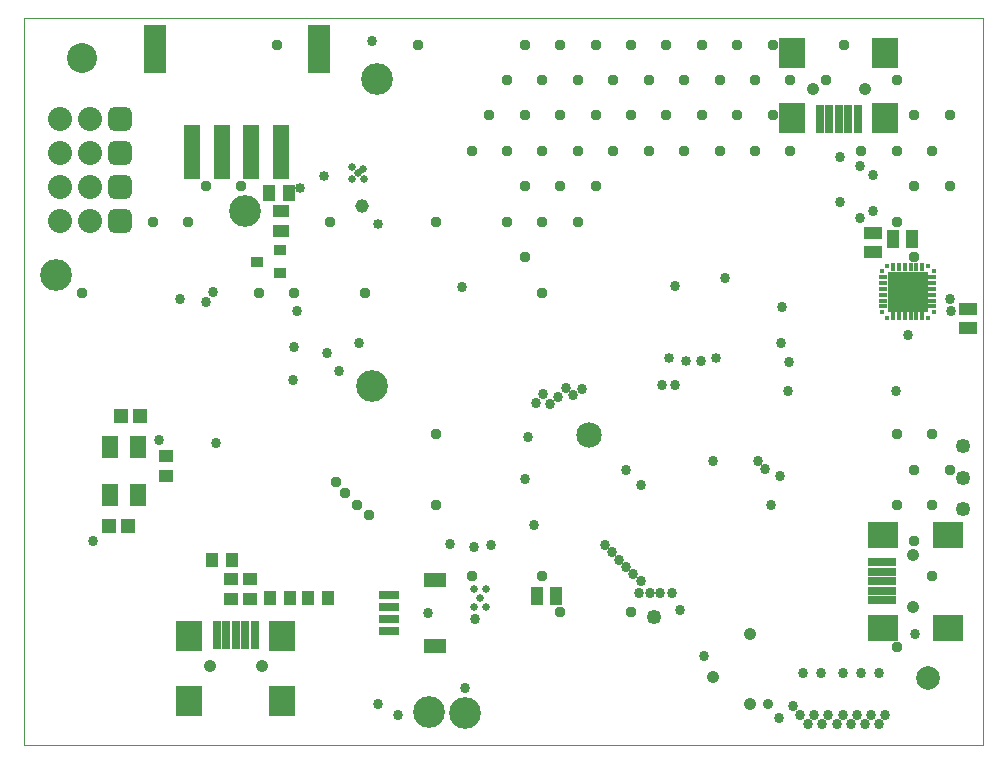
<source format=gbs>
%FSAX44Y44*%
%MOMM*%
G71*
G01*
G75*
G04 Layer_Color=16711935*
%ADD10C,0.2540*%
%ADD11C,0.2032*%
%ADD12C,0.6350*%
%ADD13C,0.5080*%
%ADD14C,0.3048*%
%ADD15C,0.7620*%
%ADD16C,0.3810*%
%ADD17R,0.7000X0.9000*%
%ADD18R,0.9000X0.7000*%
%ADD19R,1.3000X0.8500*%
%ADD20R,0.8500X1.3000*%
%ADD21R,0.9500X1.3500*%
%ADD22R,1.3500X0.9500*%
%ADD23R,1.0000X0.9000*%
%ADD24R,0.9000X0.8000*%
%ADD25R,1.6500X2.4000*%
%ADD26O,0.8500X0.3000*%
%ADD27R,0.8000X0.9000*%
%ADD28R,0.6500X0.9000*%
%ADD29R,0.9500X1.4000*%
%ADD30R,1.0000X1.0000*%
%ADD31R,0.9000X0.8000*%
%ADD32R,0.5200X0.5200*%
%ADD33R,1.1000X1.1000*%
%ADD34R,0.6298X0.2500*%
%ADD35R,0.6298X0.2500*%
%ADD36R,0.2500X0.6298*%
%ADD37R,0.2500X0.6298*%
%ADD38R,1.4000X0.6000*%
%ADD39R,1.7000X1.7000*%
%ADD40O,0.2800X0.8500*%
%ADD41O,0.8500X0.2800*%
%ADD42R,0.8500X2.3000*%
%ADD43R,0.2032X1.1430*%
%ADD44R,1.4000X1.1000*%
%ADD45R,1.1000X1.4000*%
%ADD46R,0.9000X0.6500*%
%ADD47R,0.9000X1.0000*%
%ADD48R,0.8000X0.9000*%
%ADD49R,1.0000X1.0000*%
%ADD50R,1.0160X0.8000*%
%ADD51R,0.7112X0.3366*%
%ADD52R,0.3366X0.7112*%
%ADD53O,0.2650X1.8500*%
%ADD54O,1.8500X0.2650*%
%ADD55O,1.8500X0.2650*%
%ADD56R,0.3500X0.6500*%
%ADD57O,2.2000X0.6000*%
%ADD58R,1.2000X1.8000*%
%ADD59R,0.6000X1.5500*%
%ADD60R,0.6000X1.5000*%
%ADD61C,0.5000*%
%ADD62C,0.4000*%
%ADD63C,0.4500*%
%ADD64C,2.1590*%
%ADD65C,1.0000*%
%ADD66C,0.3000*%
%ADD67C,0.1524*%
%ADD68C,1.5000*%
%ADD69C,0.1540*%
%ADD70C,0.7500*%
%ADD71C,0.2500*%
%ADD72C,0.2000*%
%ADD73C,0.5588*%
%ADD74C,2.0000*%
%ADD75C,0.1600*%
%ADD76C,0.1700*%
%ADD77C,0.3500*%
%ADD78C,0.6000*%
%ADD79C,0.0254*%
%ADD80C,2.0066*%
%ADD81C,0.9000*%
%ADD82C,2.5400*%
G04:AMPARAMS|DCode=83|XSize=1.8796mm|YSize=1.8796mm|CornerRadius=0.4699mm|HoleSize=0mm|Usage=FLASHONLY|Rotation=180.000|XOffset=0mm|YOffset=0mm|HoleType=Round|Shape=RoundedRectangle|*
%AMROUNDEDRECTD83*
21,1,1.8796,0.9398,0,0,180.0*
21,1,0.9398,1.8796,0,0,180.0*
1,1,0.9398,-0.4699,0.4699*
1,1,0.9398,0.4699,0.4699*
1,1,0.9398,0.4699,-0.4699*
1,1,0.9398,-0.4699,-0.4699*
%
%ADD83ROUNDEDRECTD83*%
%ADD84C,1.8796*%
%ADD85C,0.7112*%
%ADD86C,0.6600*%
%ADD87C,0.5000*%
%ADD88C,0.6900*%
%ADD89C,1.0000*%
%ADD90C,0.7300*%
%ADD91C,1.1000*%
%ADD92C,0.8000*%
%ADD93R,0.3000X0.3000*%
%ADD94R,0.3000X0.5000*%
%ADD95R,0.3000X0.3000*%
%ADD96R,0.5000X0.3000*%
%ADD97R,3.3000X3.3000*%
%ADD98R,1.3000X4.5000*%
%ADD99R,1.8000X3.9000*%
%ADD100R,1.5500X0.6000*%
%ADD101R,1.8000X1.2000*%
%ADD102R,1.2000X1.8000*%
%ADD103R,2.0500X2.5000*%
%ADD104R,0.5000X2.3000*%
%ADD105R,2.3000X0.5000*%
%ADD106R,2.5000X2.0500*%
%ADD107C,0.1000*%
%ADD108C,0.1270*%
%ADD109C,0.1500*%
%ADD110R,0.7750X0.4500*%
%ADD111R,0.6500X1.0000*%
%ADD112R,0.7000X0.7000*%
%ADD113R,0.7000X0.7000*%
%ADD114R,0.7000X0.7000*%
%ADD115O,0.8000X0.2500*%
%ADD116O,0.2300X0.8000*%
%ADD117O,0.8000X0.2300*%
%ADD118R,0.6512X0.2766*%
%ADD119R,0.2766X0.6512*%
%ADD120R,0.8524X1.0524*%
%ADD121R,1.0524X0.8524*%
%ADD122R,1.4524X1.0024*%
%ADD123R,1.0024X1.4524*%
%ADD124R,1.1024X1.5024*%
%ADD125R,1.5024X1.1024*%
%ADD126R,1.1524X1.0524*%
%ADD127R,1.0524X0.9524*%
%ADD128R,1.7900X2.5400*%
%ADD129O,0.9900X0.4400*%
%ADD130R,0.9524X1.0524*%
%ADD131R,0.8024X1.0524*%
%ADD132R,1.1024X1.5524*%
%ADD133R,1.1524X1.1524*%
%ADD134R,1.0524X0.9524*%
%ADD135R,0.6724X0.6724*%
%ADD136R,1.2524X1.2524*%
%ADD137R,0.6806X0.3008*%
%ADD138R,0.6806X0.3008*%
%ADD139R,0.3008X0.6806*%
%ADD140R,0.3008X0.6806*%
%ADD141R,1.5524X0.7524*%
%ADD142R,1.8400X1.8400*%
%ADD143O,0.4200X0.9900*%
%ADD144O,0.9900X0.4200*%
%ADD145R,1.0024X2.4524*%
%ADD146R,0.2232X1.1630*%
%ADD147R,1.5524X1.2524*%
%ADD148R,1.2524X1.5524*%
%ADD149R,1.0524X0.8024*%
%ADD150R,1.0524X1.1524*%
%ADD151R,0.9524X1.0524*%
%ADD152R,1.1524X1.1524*%
%ADD153R,0.7912X0.4165*%
%ADD154R,0.4165X0.7912*%
%ADD155O,0.4174X2.0024*%
%ADD156O,2.0024X0.4174*%
%ADD157O,2.0024X0.4174*%
%ADD158R,0.5024X0.8024*%
%ADD159O,2.3524X0.7524*%
%ADD160R,1.3020X1.9020*%
%ADD161R,0.7020X1.6520*%
%ADD162R,0.7524X1.6524*%
%ADD163C,2.1590*%
%ADD164C,0.1524*%
%ADD165C,1.0524*%
%ADD166C,2.6924*%
G04:AMPARAMS|DCode=167|XSize=2.032mm|YSize=2.032mm|CornerRadius=0.5461mm|HoleSize=0mm|Usage=FLASHONLY|Rotation=180.000|XOffset=0mm|YOffset=0mm|HoleType=Round|Shape=RoundedRectangle|*
%AMROUNDEDRECTD167*
21,1,2.0320,0.9398,0,0,180.0*
21,1,0.9398,2.0320,0,0,180.0*
1,1,1.0922,-0.4699,0.4699*
1,1,1.0922,0.4699,0.4699*
1,1,1.0922,0.4699,-0.4699*
1,1,1.0922,-0.4699,-0.4699*
%
%ADD167ROUNDEDRECTD167*%
%ADD168C,2.0320*%
%ADD169C,0.8636*%
%ADD170C,0.6524*%
%ADD171C,0.8424*%
%ADD172C,1.1524*%
%ADD173C,0.8824*%
%ADD174C,1.2524*%
%ADD175C,0.9524*%
%ADD176R,0.4524X0.4524*%
%ADD177R,0.4524X0.6524*%
%ADD178R,0.4524X0.4524*%
%ADD179R,0.6524X0.4524*%
%ADD180R,3.4524X3.4524*%
%ADD181R,1.4524X4.6524*%
%ADD182R,1.9524X4.0524*%
%ADD183R,1.6520X0.7020*%
%ADD184R,1.7024X0.7524*%
%ADD185R,1.9020X1.3020*%
%ADD186R,1.3524X1.9524*%
%ADD187R,2.2024X2.6524*%
%ADD188R,0.6700X2.4700*%
%ADD189R,2.4700X0.6700*%
%ADD190R,2.6524X2.2024*%
%ADD191C,0.8124*%
D79*
X00616203Y00477266D02*
Y01092505D01*
X01427634Y01092505D01*
X01427634Y00477266D01*
X00616203Y00477266D02*
X01427634Y00477266D01*
D80*
X01381252Y00533400D02*
D03*
D82*
X00665163Y01058925D02*
D03*
D122*
X00833373Y00911995D02*
D03*
Y00928996D02*
D03*
D123*
X00823604Y00944625D02*
D03*
X00840603D02*
D03*
D124*
X01050163Y00602995D02*
D03*
X01066163D02*
D03*
X01351734Y00905256D02*
D03*
X01367734D02*
D03*
D125*
X01415034Y00845946D02*
D03*
Y00829946D02*
D03*
X01335023Y00910715D02*
D03*
Y00894715D02*
D03*
D126*
X00736600Y00721732D02*
D03*
Y00704732D02*
D03*
X00807719Y00600592D02*
D03*
Y00617592D02*
D03*
X00791209Y00600592D02*
D03*
Y00617592D02*
D03*
D127*
X00833214Y00895706D02*
D03*
Y00876705D02*
D03*
X00813214Y00886206D02*
D03*
D133*
X00687960Y00662431D02*
D03*
X00703960D02*
D03*
X00714119Y00755142D02*
D03*
X00698120D02*
D03*
D150*
X00824620Y00601471D02*
D03*
X00841620D02*
D03*
X00792090Y00633222D02*
D03*
X00775090D02*
D03*
X00873370Y00601471D02*
D03*
X00856370D02*
D03*
D163*
X01094231Y00739393D02*
D03*
D164*
X00665163Y00504465D02*
D03*
D165*
X00773459Y00544282D02*
D03*
X00817460D02*
D03*
X01327814Y01032735D02*
D03*
X01283813D02*
D03*
X01368523Y00593695D02*
D03*
Y00637695D02*
D03*
X01230883Y00511555D02*
D03*
X01199134Y00534416D02*
D03*
X01230883Y00571245D02*
D03*
D166*
X00959103Y00505205D02*
D03*
X00989584Y00503936D02*
D03*
X00642874Y00874775D02*
D03*
X00910844Y00780796D02*
D03*
X00914653Y01041145D02*
D03*
X00802894Y00929386D02*
D03*
D167*
X00697483Y00920495D02*
D03*
Y00949282D02*
D03*
Y00978069D02*
D03*
Y01006855D02*
D03*
D168*
X00646683Y00920495D02*
D03*
X00672083D02*
D03*
X00646683Y00949282D02*
D03*
X00672083D02*
D03*
X00646683Y00978069D02*
D03*
X00672083D02*
D03*
X00646683Y01006855D02*
D03*
X00672083D02*
D03*
D169*
X00976883Y00647446D02*
D03*
X01323593Y00923036D02*
D03*
X01011173Y00646176D02*
D03*
X01191514Y00552196D02*
D03*
X01262634Y00776985D02*
D03*
X01167383Y00865885D02*
D03*
X00957833Y00589025D02*
D03*
X00997582Y00583755D02*
D03*
X01047624Y00663576D02*
D03*
X00730503Y00735076D02*
D03*
X00997204Y00644905D02*
D03*
X01040384Y00702056D02*
D03*
X00987044Y00864615D02*
D03*
X00910844Y01072896D02*
D03*
X00847344Y00844296D02*
D03*
X00844803Y00813816D02*
D03*
X00843533Y00785875D02*
D03*
X00872744Y00808736D02*
D03*
X00882904Y00793495D02*
D03*
X00899414Y00817626D02*
D03*
X01307083Y00975106D02*
D03*
X01323593Y00967486D02*
D03*
X01335023Y00959865D02*
D03*
Y00929386D02*
D03*
X01307083Y00937005D02*
D03*
X01399794Y00854455D02*
D03*
X01209294Y00872235D02*
D03*
X00674370Y00649732D02*
D03*
X00778764Y00732535D02*
D03*
X00932433Y00502665D02*
D03*
X00915923Y00511555D02*
D03*
X01042924Y00737616D02*
D03*
X01354073Y00776985D02*
D03*
X01243584Y00710946D02*
D03*
X01188973Y00802385D02*
D03*
X01199134Y00717296D02*
D03*
X01257050Y00817122D02*
D03*
X01119841Y00634028D02*
D03*
X01138174Y00615695D02*
D03*
X01154684Y00605536D02*
D03*
X01248663Y00680465D02*
D03*
X01257553Y00848105D02*
D03*
X01370583Y00571245D02*
D03*
X01138174Y00696975D02*
D03*
X01088419Y00778001D02*
D03*
X01068324Y00771906D02*
D03*
X01049274Y00766825D02*
D03*
X01340103Y00495046D02*
D03*
X01327912D02*
D03*
X01315974D02*
D03*
X01304035D02*
D03*
X01292097D02*
D03*
X01279905D02*
D03*
X01113730Y00640139D02*
D03*
X01132063Y00621806D02*
D03*
X01145794Y00605536D02*
D03*
X01107619Y00646249D02*
D03*
X01081023Y00773176D02*
D03*
X01061590Y00765939D02*
D03*
X01125952Y00627917D02*
D03*
X01136904Y00605536D02*
D03*
X01164844D02*
D03*
X01167383Y00782066D02*
D03*
X01171193Y00591566D02*
D03*
X01125473Y00709676D02*
D03*
X01074673Y00779526D02*
D03*
X01055623Y00774445D02*
D03*
X01285240Y00502665D02*
D03*
X01345184D02*
D03*
X01333246D02*
D03*
X01321308D02*
D03*
X01309115D02*
D03*
X01297177D02*
D03*
X01273301D02*
D03*
X01267388Y00509960D02*
D03*
X01255014Y00500126D02*
D03*
X01237234Y00717296D02*
D03*
X01275333Y00538226D02*
D03*
X01340103D02*
D03*
X01324863D02*
D03*
X01309624D02*
D03*
X01290573D02*
D03*
X01263904Y00801115D02*
D03*
X01401064Y00844296D02*
D03*
X01364234Y00823976D02*
D03*
X01155954Y00782066D02*
D03*
X01256283Y00704595D02*
D03*
X00989584Y00525526D02*
D03*
X00769874Y00851916D02*
D03*
X00748283Y00854455D02*
D03*
X00776224Y00860806D02*
D03*
D170*
X00997284Y00594225D02*
D03*
Y00609226D02*
D03*
X01002283Y00601726D02*
D03*
X01007283Y00594225D02*
D03*
Y00609226D02*
D03*
X00894160Y00956390D02*
D03*
Y00966390D02*
D03*
X00899160Y00961390D02*
D03*
X00904160Y00956390D02*
D03*
X00903223Y00964946D02*
D03*
D171*
X00849883Y00948436D02*
D03*
X00870203Y00958596D02*
D03*
X00915923Y00917955D02*
D03*
X01176273Y00802385D02*
D03*
X01162303Y00804926D02*
D03*
X01201674D02*
D03*
D172*
X00901954Y00933195D02*
D03*
D173*
X01246124Y00511555D02*
D03*
D174*
X01411223Y00729995D02*
D03*
Y00703326D02*
D03*
Y00676656D02*
D03*
X01149604Y00585215D02*
D03*
D175*
X00898403Y00680465D02*
D03*
X00887983Y00690626D02*
D03*
X00880363Y00699516D02*
D03*
X00908304Y00671575D02*
D03*
X00665000Y00860000D02*
D03*
X00725000Y00920000D02*
D03*
X00755000D02*
D03*
X00770000Y00950000D02*
D03*
X00815000Y00860000D02*
D03*
X00800000Y00950000D02*
D03*
X00845000Y00860000D02*
D03*
X00830000Y01070000D02*
D03*
X00875000Y00920000D02*
D03*
X00905000Y00860000D02*
D03*
X00965000Y00680000D02*
D03*
Y00740000D02*
D03*
Y00920000D02*
D03*
X00950000Y01070000D02*
D03*
X00995000Y00620000D02*
D03*
Y00980000D02*
D03*
X01025000Y00920000D02*
D03*
Y00980000D02*
D03*
X01010000Y01010000D02*
D03*
X01025000Y01040000D02*
D03*
X01055000Y00620000D02*
D03*
Y00860000D02*
D03*
X01040000Y00890000D02*
D03*
X01055000Y00920000D02*
D03*
X01040000Y00950000D02*
D03*
X01055000Y00980000D02*
D03*
X01040000Y01010000D02*
D03*
X01055000Y01040000D02*
D03*
X01040000Y01070000D02*
D03*
X01070000Y00590000D02*
D03*
X01085000Y00920000D02*
D03*
X01070000Y00950000D02*
D03*
X01085000Y00980000D02*
D03*
X01070000Y01010000D02*
D03*
X01085000Y01040000D02*
D03*
X01070000Y01070000D02*
D03*
X01100000Y00950000D02*
D03*
X01115000Y00980000D02*
D03*
X01100000Y01010000D02*
D03*
X01115000Y01040000D02*
D03*
X01100000Y01070000D02*
D03*
X01130000Y00590000D02*
D03*
X01145000Y00980000D02*
D03*
X01130000Y01010000D02*
D03*
X01145000Y01040000D02*
D03*
X01130000Y01070000D02*
D03*
X01175000Y00980000D02*
D03*
X01160000Y01010000D02*
D03*
X01175000Y01040000D02*
D03*
X01160000Y01070000D02*
D03*
X01205000Y00980000D02*
D03*
X01190000Y01010000D02*
D03*
X01205000Y01040000D02*
D03*
X01190000Y01070000D02*
D03*
X01235000Y00980000D02*
D03*
X01220000Y01010000D02*
D03*
X01235000Y01040000D02*
D03*
X01220000Y01070000D02*
D03*
X01265000Y00980000D02*
D03*
X01250000Y01010000D02*
D03*
X01265000Y01040000D02*
D03*
X01250000Y01070000D02*
D03*
X01295000Y01040000D02*
D03*
X01325000Y00980000D02*
D03*
X01310000Y01070000D02*
D03*
X01355000Y00560000D02*
D03*
Y00680000D02*
D03*
Y00740000D02*
D03*
Y00920000D02*
D03*
Y00980000D02*
D03*
Y01040000D02*
D03*
X01385000Y00620000D02*
D03*
X01370000Y00650000D02*
D03*
X01385000Y00680000D02*
D03*
X01370000Y00710000D02*
D03*
X01385000Y00740000D02*
D03*
X01370000Y00890000D02*
D03*
Y00950000D02*
D03*
X01385000Y00980000D02*
D03*
X01370000Y01010000D02*
D03*
X01400000Y00710000D02*
D03*
Y00950000D02*
D03*
Y01010000D02*
D03*
D176*
X01381734Y00838805D02*
D03*
X01346733D02*
D03*
Y00882805D02*
D03*
X01381734D02*
D03*
D177*
X01376733Y00839805D02*
D03*
X01371734D02*
D03*
X01366733D02*
D03*
X01361734D02*
D03*
X01356733D02*
D03*
X01351734D02*
D03*
Y00881806D02*
D03*
X01356733D02*
D03*
X01361734D02*
D03*
X01366733D02*
D03*
X01371734D02*
D03*
X01376733D02*
D03*
D178*
X01342233Y00843305D02*
D03*
Y00878306D02*
D03*
X01386233D02*
D03*
Y00843305D02*
D03*
D179*
X01343233Y00848306D02*
D03*
Y00853305D02*
D03*
Y00858306D02*
D03*
Y00863305D02*
D03*
Y00868306D02*
D03*
Y00873305D02*
D03*
X01385234D02*
D03*
Y00868306D02*
D03*
Y00863305D02*
D03*
Y00858306D02*
D03*
Y00853305D02*
D03*
Y00848306D02*
D03*
D180*
X01364234Y00860806D02*
D03*
D181*
X00833693Y00979045D02*
D03*
X00808693D02*
D03*
X00783694D02*
D03*
X00758693D02*
D03*
D182*
X00865694Y01066545D02*
D03*
X00726693D02*
D03*
D183*
X00925550Y00583772D02*
D03*
Y00593772D02*
D03*
Y00573771D02*
D03*
D184*
Y00603772D02*
D03*
D185*
X00964049Y00616771D02*
D03*
Y00560771D02*
D03*
D186*
X00712599Y00728981D02*
D03*
Y00688981D02*
D03*
X00688599D02*
D03*
Y00728981D02*
D03*
D187*
X00756210Y00514282D02*
D03*
X00834709D02*
D03*
Y00569282D02*
D03*
X00756210D02*
D03*
X01345064Y01007735D02*
D03*
Y01062735D02*
D03*
X01266564Y01007735D02*
D03*
Y01062735D02*
D03*
D188*
X00787460Y00570282D02*
D03*
X00803460D02*
D03*
X00795460D02*
D03*
X00779460D02*
D03*
X00811460D02*
D03*
X01321814Y01006735D02*
D03*
X01305813D02*
D03*
X01313813D02*
D03*
X01289814D02*
D03*
X01297814D02*
D03*
D189*
X01342523Y00599696D02*
D03*
Y00615695D02*
D03*
Y00607696D02*
D03*
Y00631696D02*
D03*
Y00623695D02*
D03*
D190*
X01343523Y00576445D02*
D03*
X01398523D02*
D03*
X01343523Y00654945D02*
D03*
X01398523D02*
D03*
D191*
X01376234Y00848805D02*
D03*
Y00860806D02*
D03*
Y00872805D02*
D03*
X01364234Y00848805D02*
D03*
Y00860806D02*
D03*
Y00872805D02*
D03*
X01352233Y00848805D02*
D03*
Y00860806D02*
D03*
Y00872805D02*
D03*
M02*

</source>
